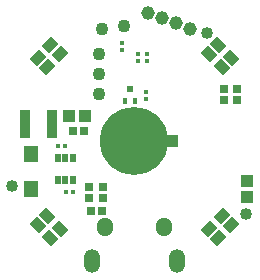
<source format=gbs>
G04 Layer_Color=16711935*
%FSLAX25Y25*%
%MOIN*%
G70*
G01*
G75*
%ADD93R,0.01772X0.01575*%
%ADD94R,0.02762X0.02920*%
%ADD97R,0.02920X0.02762*%
%ADD103R,0.01654X0.01654*%
%ADD105C,0.04337*%
%ADD111R,0.01575X0.01772*%
%ADD118O,0.05321X0.06306*%
%ADD119O,0.05223X0.07880*%
%ADD120C,0.03998*%
%ADD121C,0.03600*%
%ADD122C,0.22700*%
%ADD123R,0.04400X0.04400*%
%ADD124C,0.04567*%
G04:AMPARAMS|DCode=125|XSize=43.37mil|YSize=35.5mil|CornerRadius=0mil|HoleSize=0mil|Usage=FLASHONLY|Rotation=315.000|XOffset=0mil|YOffset=0mil|HoleType=Round|Shape=Rectangle|*
%AMROTATEDRECTD125*
4,1,4,-0.02788,0.00278,-0.00278,0.02788,0.02788,-0.00278,0.00278,-0.02788,-0.02788,0.00278,0.0*
%
%ADD125ROTATEDRECTD125*%

G04:AMPARAMS|DCode=126|XSize=43.37mil|YSize=35.5mil|CornerRadius=0mil|HoleSize=0mil|Usage=FLASHONLY|Rotation=45.000|XOffset=0mil|YOffset=0mil|HoleType=Round|Shape=Rectangle|*
%AMROTATEDRECTD126*
4,1,4,-0.00278,-0.02788,-0.02788,-0.00278,0.00278,0.02788,0.02788,0.00278,-0.00278,-0.02788,0.0*
%
%ADD126ROTATEDRECTD126*%

%ADD127R,0.01975X0.02998*%
%ADD128R,0.05124X0.05321*%
%ADD129R,0.03747X0.09455*%
%ADD130R,0.04337X0.03943*%
%ADD131R,0.03943X0.04337*%
%ADD132R,0.01817X0.02369*%
%ADD133R,0.01975X0.02369*%
D93*
X1100Y29300D02*
D03*
Y26938D02*
D03*
X4400Y29281D02*
D03*
Y26919D02*
D03*
X3800Y14119D02*
D03*
Y16481D02*
D03*
D94*
X-10889Y-23200D02*
D03*
X-14511D02*
D03*
X-16789Y3600D02*
D03*
X-20411D02*
D03*
D97*
X29800Y13889D02*
D03*
Y17511D02*
D03*
X34300Y13889D02*
D03*
Y17511D02*
D03*
X-10300Y-18811D02*
D03*
Y-15189D02*
D03*
X-15100Y-18811D02*
D03*
Y-15189D02*
D03*
D103*
X-3999Y30622D02*
D03*
Y32827D02*
D03*
D105*
X-11600Y15900D02*
D03*
X-10700Y37500D02*
D03*
X-11700Y22400D02*
D03*
Y29300D02*
D03*
X-3500Y38400D02*
D03*
D111*
X-25381Y-1600D02*
D03*
X-23019D02*
D03*
X-20519Y-16700D02*
D03*
X-22881D02*
D03*
D118*
X-9843Y-28583D02*
D03*
X9843Y-28386D02*
D03*
D119*
X-14173Y-40000D02*
D03*
X14173Y-39998D02*
D03*
D120*
X37200Y-24200D02*
D03*
X24100Y36300D02*
D03*
X-40700Y-14700D02*
D03*
D121*
X0Y-2500D02*
D03*
D122*
Y0D02*
D03*
D123*
X12500D02*
D03*
D124*
X4617Y42765D02*
D03*
X9315Y41055D02*
D03*
X14014Y39345D02*
D03*
X18712Y37635D02*
D03*
D125*
X32162Y27987D02*
D03*
X27986Y32162D02*
D03*
X24924Y29100D02*
D03*
X29100Y24924D02*
D03*
X-32162Y-27987D02*
D03*
X-27986Y-32162D02*
D03*
X-24924Y-29100D02*
D03*
X-29100Y-24924D02*
D03*
D126*
X-27987Y32162D02*
D03*
X-32162Y27986D02*
D03*
X-29100Y24924D02*
D03*
X-24924Y29100D02*
D03*
X29100Y-24924D02*
D03*
X24924Y-29100D02*
D03*
X27987Y-32162D02*
D03*
X32162Y-27986D02*
D03*
D127*
X-25559Y-5458D02*
D03*
X-23000D02*
D03*
X-20441D02*
D03*
Y-12742D02*
D03*
X-23000D02*
D03*
X-25559D02*
D03*
D128*
X-34500Y-15709D02*
D03*
Y-4291D02*
D03*
D129*
X-27272Y5800D02*
D03*
X-36328D02*
D03*
D130*
X37700Y-13142D02*
D03*
Y-18458D02*
D03*
D131*
X-16443Y8500D02*
D03*
X-21757D02*
D03*
D132*
X75Y13532D02*
D03*
X-3075D02*
D03*
D133*
X-1500Y17469D02*
D03*
M02*

</source>
